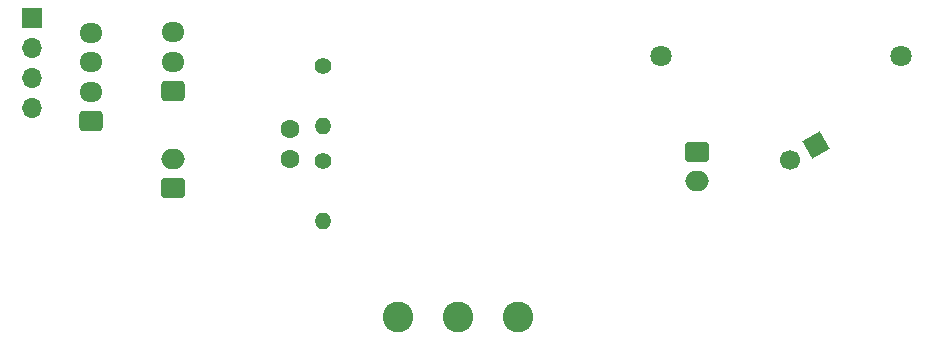
<source format=gbr>
%TF.GenerationSoftware,KiCad,Pcbnew,(6.0.5)*%
%TF.CreationDate,2022-10-17T22:28:47+09:00*%
%TF.ProjectId,kikker_board,6b696b6b-6572-45f6-926f-6172642e6b69,rev?*%
%TF.SameCoordinates,Original*%
%TF.FileFunction,Soldermask,Top*%
%TF.FilePolarity,Negative*%
%FSLAX46Y46*%
G04 Gerber Fmt 4.6, Leading zero omitted, Abs format (unit mm)*
G04 Created by KiCad (PCBNEW (6.0.5)) date 2022-10-17 22:28:47*
%MOMM*%
%LPD*%
G01*
G04 APERTURE LIST*
G04 Aperture macros list*
%AMRoundRect*
0 Rectangle with rounded corners*
0 $1 Rounding radius*
0 $2 $3 $4 $5 $6 $7 $8 $9 X,Y pos of 4 corners*
0 Add a 4 corners polygon primitive as box body*
4,1,4,$2,$3,$4,$5,$6,$7,$8,$9,$2,$3,0*
0 Add four circle primitives for the rounded corners*
1,1,$1+$1,$2,$3*
1,1,$1+$1,$4,$5*
1,1,$1+$1,$6,$7*
1,1,$1+$1,$8,$9*
0 Add four rect primitives between the rounded corners*
20,1,$1+$1,$2,$3,$4,$5,0*
20,1,$1+$1,$4,$5,$6,$7,0*
20,1,$1+$1,$6,$7,$8,$9,0*
20,1,$1+$1,$8,$9,$2,$3,0*%
%AMHorizOval*
0 Thick line with rounded ends*
0 $1 width*
0 $2 $3 position (X,Y) of the first rounded end (center of the circle)*
0 $4 $5 position (X,Y) of the second rounded end (center of the circle)*
0 Add line between two ends*
20,1,$1,$2,$3,$4,$5,0*
0 Add two circle primitives to create the rounded ends*
1,1,$1,$2,$3*
1,1,$1,$4,$5*%
%AMRotRect*
0 Rectangle, with rotation*
0 The origin of the aperture is its center*
0 $1 length*
0 $2 width*
0 $3 Rotation angle, in degrees counterclockwise*
0 Add horizontal line*
21,1,$1,$2,0,0,$3*%
G04 Aperture macros list end*
%ADD10C,1.600000*%
%ADD11C,2.600000*%
%ADD12C,1.800000*%
%ADD13C,1.400000*%
%ADD14O,1.400000X1.400000*%
%ADD15RoundRect,0.250000X-0.750000X0.600000X-0.750000X-0.600000X0.750000X-0.600000X0.750000X0.600000X0*%
%ADD16O,2.000000X1.700000*%
%ADD17RotRect,1.700000X1.700000X300.000000*%
%ADD18HorizOval,1.700000X0.000000X0.000000X0.000000X0.000000X0*%
%ADD19RoundRect,0.250000X0.750000X-0.600000X0.750000X0.600000X-0.750000X0.600000X-0.750000X-0.600000X0*%
%ADD20R,1.700000X1.700000*%
%ADD21O,1.700000X1.700000*%
%ADD22RoundRect,0.250000X0.725000X-0.600000X0.725000X0.600000X-0.725000X0.600000X-0.725000X-0.600000X0*%
%ADD23O,1.950000X1.700000*%
G04 APERTURE END LIST*
D10*
%TO.C,C1*%
X138176000Y-85070000D03*
X138176000Y-82570000D03*
%TD*%
D11*
%TO.C,Q1*%
X147320000Y-98440000D03*
X152400000Y-98440000D03*
X157480000Y-98440000D03*
%TD*%
D12*
%TO.C,R3*%
X169545000Y-76422500D03*
X189865000Y-76422500D03*
%TD*%
D13*
%TO.C,R1*%
X140970000Y-77216000D03*
D14*
X140970000Y-82296000D03*
%TD*%
D13*
%TO.C,R2*%
X140970000Y-85246000D03*
D14*
X140970000Y-90326000D03*
%TD*%
D15*
%TO.C,J3*%
X172610000Y-84475000D03*
D16*
X172610000Y-86975000D03*
%TD*%
D17*
%TO.C,J5*%
X182714183Y-83944500D03*
D18*
X180514478Y-85214500D03*
%TD*%
D19*
%TO.C,J1*%
X128270000Y-87590000D03*
D16*
X128270000Y-85090000D03*
%TD*%
D20*
%TO.C,J4*%
X116332000Y-73152000D03*
D21*
X116332000Y-75692000D03*
X116332000Y-78232000D03*
X116332000Y-80772000D03*
%TD*%
D22*
%TO.C,J6*%
X121285000Y-81915000D03*
D23*
X121285000Y-79415000D03*
X121285000Y-76915000D03*
X121285000Y-74415000D03*
%TD*%
D22*
%TO.C,J2*%
X128270000Y-79375000D03*
D23*
X128270000Y-76875000D03*
X128270000Y-74375000D03*
%TD*%
M02*

</source>
